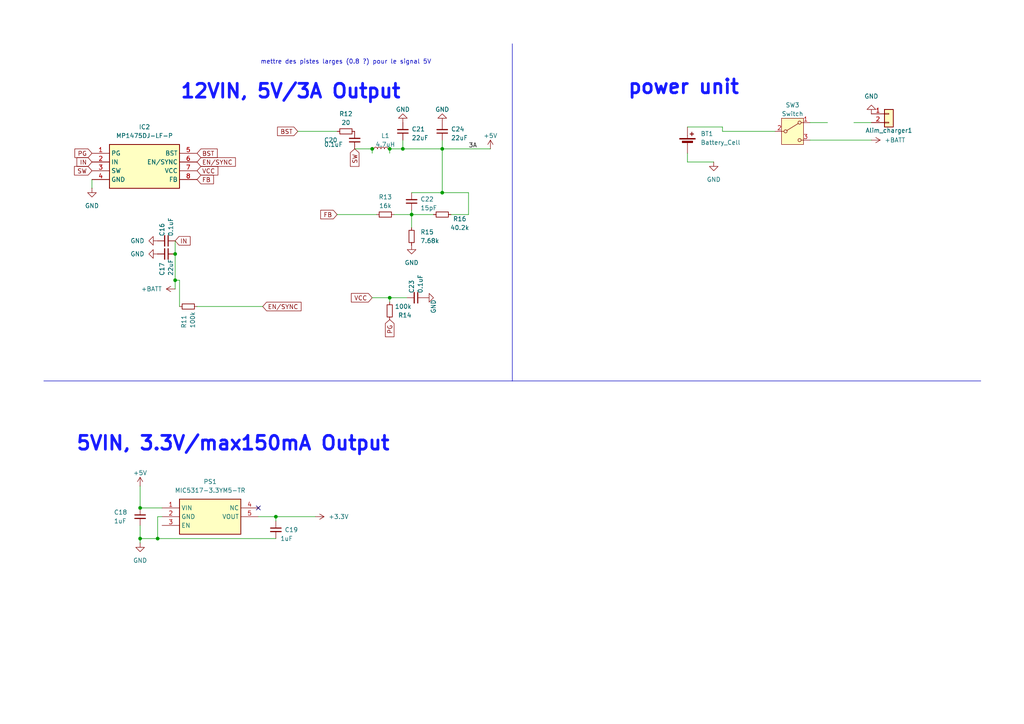
<source format=kicad_sch>
(kicad_sch (version 20231120) (generator "eeschema") (generator_version "8.0")
  (paper "A4")
  (lib_symbols
    (symbol "Connector_Generic:Conn_01x02" (pin_names (offset 1.016) hide)
      (property "Reference" "J" (at 0 2.54 0))
      (property "Value" "Conn_01x02" (at 0 -5.08 0))
      (symbol "Conn_01x02_1_1"
        (rectangle (start -1.27 -2.413) (end 0 -2.667) (stroke (width 0.1524)))
        (rectangle (start -1.27 0.127) (end 0 -0.127) (stroke (width 0.1524)))
        (rectangle (start -1.27 1.27) (end 1.27 -3.81) (stroke (width 0.254)) (fill (type background)))
        (pin passive line (at -5.08 0 0) (length 3.81) (name "Pin_1") (number "1"))
        (pin passive line (at -5.08 -2.54 0) (length 3.81) (name "Pin_2") (number "2"))
      )
    )
    (symbol "Device:Battery_Cell" (pin_numbers hide) (pin_names (offset 0) hide)
      (property "Reference" "BT" (at 2.54 2.54 0))
      (property "Value" "Battery_Cell" (at 2.54 0 0))
      (symbol "Battery_Cell_0_1"
        (rectangle (start -2.286 1.778) (end 2.286 1.524) (fill (type outline)))
        (rectangle (start -1.524 1.016) (end 1.524 0.508) (fill (type outline)))
        (polyline (pts (xy 0 0.762) (xy 0 0)))
        (polyline (pts (xy 0 1.778) (xy 0 2.54)))
        (polyline (pts (xy 0.762 3.048) (xy 1.778 3.048)) (stroke (width 0.254)))
        (polyline (pts (xy 1.27 3.556) (xy 1.27 2.54)) (stroke (width 0.254)))
      )
      (symbol "Battery_Cell_1_1"
        (pin passive line (at 0 5.08 270) (length 2.54) (name "+") (number "1"))
        (pin passive line (at 0 -2.54 90) (length 2.54) (name "-") (number "2"))
      )
    )
    (symbol "Device:C_Small" (pin_numbers hide) (pin_names (offset 0.254) hide)
      (property "Reference" "C" (at 0.254 1.778 0))
      (property "Value" "C_Small" (at 0.254 -2.032 0))
      (symbol "C_Small_0_1"
        (polyline (pts (xy -1.524 -0.508) (xy 1.524 -0.508)) (stroke (width 0.3302)))
        (polyline (pts (xy -1.524 0.508) (xy 1.524 0.508)) (stroke (width 0.3048)))
      )
      (symbol "C_Small_1_1"
        (pin passive line (at 0 2.54 270) (length 2.032) (name "~") (number "1"))
        (pin passive line (at 0 -2.54 90) (length 2.032) (name "~") (number "2"))
      )
    )
    (symbol "Device:L_Small" (pin_numbers hide) (pin_names (offset 0.254) hide)
      (property "Reference" "L" (at 0.762 1.016 0))
      (property "Value" "L_Small" (at 0.762 -1.016 0))
      (symbol "L_Small_0_1"
        (arc (start 0 -2.032) (mid 0.5058 -1.524) (end 0 -1.016))
        (arc (start 0 -1.016) (mid 0.5058 -0.508) (end 0 0))
        (arc (start 0 0) (mid 0.5058 0.508) (end 0 1.016))
        (arc (start 0 1.016) (mid 0.5058 1.524) (end 0 2.032))
      )
      (symbol "L_Small_1_1"
        (pin passive line (at 0 2.54 270) (length 0.508) (name "~") (number "1"))
        (pin passive line (at 0 -2.54 90) (length 0.508) (name "~") (number "2"))
      )
    )
    (symbol "Device:R_Small" (pin_numbers hide) (pin_names (offset 0.254) hide)
      (property "Reference" "R" (at 0.762 0.508 0))
      (property "Value" "R_Small" (at 0.762 -1.016 0))
      (symbol "R_Small_0_1"
        (rectangle (start -0.762 1.778) (end 0.762 -1.778) (stroke (width 0.2032)))
      )
      (symbol "R_Small_1_1"
        (pin passive line (at 0 2.54 270) (length 0.762) (name "~") (number "1"))
        (pin passive line (at 0 -2.54 90) (length 0.762) (name "~") (number "2"))
      )
    )
    (symbol "MIC5317-3_3YM5-TR:MIC5317-3.3YM5-TR"
      (property "Reference" "PS" (at 24.13 7.62 0))
      (property "Value" "MIC5317-3.3YM5-TR" (at 24.13 5.08 0))
      (symbol "MIC5317-3.3YM5-TR_1_1"
        (rectangle (start 5.08 2.54) (end 22.86 -7.62) (stroke (width 0.254)) (fill (type background)))
        (pin passive line (at 0 0 0) (length 5.08) (name "VIN") (number "1"))
        (pin passive line (at 0 -2.54 0) (length 5.08) (name "GND") (number "2"))
        (pin passive line (at 0 -5.08 0) (length 5.08) (name "EN") (number "3"))
        (pin no_connect line (at 27.94 0 180) (length 5.08) (name "NC") (number "4"))
        (pin passive line (at 27.94 -2.54 180) (length 5.08) (name "VOUT") (number "5"))
      )
    )
    (symbol "MP1475DJ-LF-P:MP1475DJ-LF-P"
      (property "Reference" "IC" (at 26.67 7.62 0))
      (property "Value" "MP1475DJ-LF-P" (at 26.67 5.08 0))
      (symbol "MP1475DJ-LF-P_1_1"
        (rectangle (start 5.08 2.54) (end 25.4 -10.16) (stroke (width 0.254)) (fill (type background)))
        (pin passive line (at 0 0 0) (length 5.08) (name "PG") (number "1"))
        (pin passive line (at 0 -2.54 0) (length 5.08) (name "IN") (number "2"))
        (pin passive line (at 0 -5.08 0) (length 5.08) (name "SW") (number "3"))
        (pin passive line (at 0 -7.62 0) (length 5.08) (name "GND") (number "4"))
        (pin passive line (at 30.48 0 180) (length 5.08) (name "BST") (number "5"))
        (pin passive line (at 30.48 -2.54 180) (length 5.08) (name "EN/SYNC") (number "6"))
        (pin passive line (at 30.48 -5.08 180) (length 5.08) (name "VCC") (number "7"))
        (pin passive line (at 30.48 -7.62 180) (length 5.08) (name "FB") (number "8"))
      )
    )
    (symbol "Switch:SW_SPDT" (pin_names (offset 0) hide)
      (property "Reference" "SW" (at 0 5.08 0))
      (property "Value" "SW_SPDT" (at 0 -5.08 0))
      (symbol "SW_SPDT_0_1"
        (circle (center -2.032 0) (radius 0.4572))
        (polyline (pts (xy -1.651 0.254) (xy 1.651 2.286)))
        (circle (center 2.032 -2.54) (radius 0.4572))
        (circle (center 2.032 2.54) (radius 0.4572))
      )
      (symbol "SW_SPDT_1_1"
        (rectangle (start -3.175 3.81) (end 3.175 -3.81) (fill (type background)))
        (pin passive line (at 5.08 2.54 180) (length 2.54) (name "A") (number "1"))
        (pin passive line (at -5.08 0 0) (length 2.54) (name "B") (number "2"))
        (pin passive line (at 5.08 -2.54 180) (length 2.54) (name "C") (number "3"))
      )
    )
    (symbol "power:+3.3V" (power) (pin_numbers hide) (pin_names (offset 0) hide)
      (property "Value" "+3.3V" (at 0 3.556 0))
      (symbol "+3.3V_0_1"
        (polyline (pts (xy -0.762 1.27) (xy 0 2.54)))
        (polyline (pts (xy 0 0) (xy 0 2.54)))
        (polyline (pts (xy 0 2.54) (xy 0.762 1.27)))
      )
      (symbol "+3.3V_1_1"
        (pin power_in line (at 0 0 90) (length 0) (name "~") (number "1"))
      )
    )
    (symbol "power:+5V" (power) (pin_numbers hide) (pin_names (offset 0) hide)
      (property "Value" "+5V" (at 0 3.556 0))
      (symbol "+5V_0_1"
        (polyline (pts (xy -0.762 1.27) (xy 0 2.54)))
        (polyline (pts (xy 0 0) (xy 0 2.54)))
        (polyline (pts (xy 0 2.54) (xy 0.762 1.27)))
      )
      (symbol "+5V_1_1"
        (pin power_in line (at 0 0 90) (length 0) (name "~") (number "1"))
      )
    )
    (symbol "power:+BATT" (power) (pin_numbers hide) (pin_names (offset 0) hide)
      (property "Value" "+BATT" (at 0 3.556 0))
      (symbol "+BATT_0_1"
        (polyline (pts (xy -0.762 1.27) (xy 0 2.54)))
        (polyline (pts (xy 0 0) (xy 0 2.54)))
        (polyline (pts (xy 0 2.54) (xy 0.762 1.27)))
      )
      (symbol "+BATT_1_1"
        (pin power_in line (at 0 0 90) (length 0) (name "~") (number "1"))
      )
    )
    (symbol "power:GND" (power) (pin_numbers hide) (pin_names (offset 0) hide)
      (property "Value" "GND" (at 0 -3.81 0))
      (symbol "GND_0_1"
        (polyline (pts (xy 0 0) (xy 0 -1.27) (xy 1.27 -1.27) (xy 0 -2.54) (xy -1.27 -1.27) (xy 0 -1.27)))
      )
      (symbol "GND_1_1"
        (pin power_in line (at 0 0 270) (length 0) (name "~") (number "1"))
      )
    )
  )
  (junction (at 40.64 156.21))
  (junction (at 119.38 62.23))
  (junction (at 45.72 156.21))
  (junction (at 113.03 43.18))
  (junction (at 107.95 43.18))
  (junction (at 128.27 43.18))
  (junction (at 113.03 86.36))
  (junction (at 50.8 81.28))
  (junction (at 116.84 43.18))
  (junction (at 80.01 149.86))
  (junction (at 40.64 147.32))
  (junction (at 128.27 55.88))
  (junction (at 50.8 73.66))
  (no_connect (at 74.93 147.32))
  (wire (pts (xy 26.67 52.07) (xy 26.67 54.61)))
  (wire (pts (xy 113.03 44.45) (xy 113.03 43.18)))
  (wire (pts (xy 46.99 147.32) (xy 40.64 147.32)))
  (wire (pts (xy 116.84 43.18) (xy 116.84 40.64)))
  (wire (pts (xy 107.95 86.36) (xy 113.03 86.36)))
  (wire (pts (xy 128.27 43.18) (xy 142.24 43.18)))
  (wire (pts (xy 102.87 43.18) (xy 107.95 43.18)))
  (wire (pts (xy 128.27 43.18) (xy 128.27 55.88)))
  (wire (pts (xy 130.81 62.23) (xy 135.89 62.23)))
  (wire (pts (xy 135.89 62.23) (xy 135.89 55.88)))
  (wire (pts (xy 113.03 86.36) (xy 113.03 87.63)))
  (wire (pts (xy 50.8 69.85) (xy 50.8 73.66)))
  (wire (pts (xy 209.55 38.1) (xy 209.55 36.83)))
  (wire (pts (xy 199.39 44.45) (xy 199.39 46.99)))
  (wire (pts (xy 74.93 149.86) (xy 80.01 149.86)))
  (wire (pts (xy 113.03 86.36) (xy 118.11 86.36)))
  (wire (pts (xy 52.07 81.28) (xy 50.8 81.28)))
  (wire (pts (xy 234.95 40.64) (xy 252.73 40.64)))
  (wire (pts (xy 40.64 140.97) (xy 40.64 147.32)))
  (wire (pts (xy 45.72 149.86) (xy 45.72 156.21)))
  (polyline (pts (xy 12.7 110.49) (xy 148.59 110.49)))
  (wire (pts (xy 52.07 88.9) (xy 52.07 81.28)))
  (wire (pts (xy 46.99 149.86) (xy 45.72 149.86)))
  (wire (pts (xy 247.65 35.56) (xy 252.73 35.56)))
  (wire (pts (xy 86.36 38.1) (xy 97.79 38.1)))
  (wire (pts (xy 45.72 156.21) (xy 40.64 156.21)))
  (polyline (pts (xy 148.59 110.49) (xy 284.48 110.49)))
  (wire (pts (xy 234.95 35.56) (xy 240.03 35.56)))
  (wire (pts (xy 97.79 62.23) (xy 109.22 62.23)))
  (wire (pts (xy 80.01 149.86) (xy 80.01 151.13)))
  (wire (pts (xy 107.95 44.45) (xy 107.95 43.18)))
  (wire (pts (xy 116.84 43.18) (xy 113.03 43.18)))
  (wire (pts (xy 45.72 156.21) (xy 80.01 156.21)))
  (wire (pts (xy 128.27 43.18) (xy 116.84 43.18)))
  (wire (pts (xy 50.8 81.28) (xy 50.8 83.82)))
  (wire (pts (xy 128.27 40.64) (xy 128.27 43.18)))
  (wire (pts (xy 76.2 88.9) (xy 57.15 88.9)))
  (wire (pts (xy 114.3 62.23) (xy 119.38 62.23)))
  (wire (pts (xy 40.64 152.4) (xy 40.64 156.21)))
  (wire (pts (xy 40.64 156.21) (xy 40.64 157.48)))
  (wire (pts (xy 119.38 55.88) (xy 128.27 55.88)))
  (wire (pts (xy 119.38 62.23) (xy 125.73 62.23)))
  (wire (pts (xy 119.38 62.23) (xy 119.38 66.04)))
  (wire (pts (xy 119.38 60.96) (xy 119.38 62.23)))
  (polyline (pts (xy 148.59 12.7) (xy 148.59 110.49)))
  (wire (pts (xy 128.27 55.88) (xy 135.89 55.88)))
  (wire (pts (xy 50.8 73.66) (xy 50.8 81.28)))
  (wire (pts (xy 209.55 36.83) (xy 199.39 36.83)))
  (wire (pts (xy 80.01 149.86) (xy 91.44 149.86)))
  (wire (pts (xy 224.79 38.1) (xy 209.55 38.1)))
  (wire (pts (xy 199.39 46.99) (xy 207.01 46.99)))
  (text "mettre des pistes larges (0.8 ?) pour le signal 5V" (at 100.33 18.034 0) (effects (font (size 1.27 1.27))))
  (text "12VIN, 5V/3A Output" (at 52.07 28.956 0) (effects (font (size 4 4) (thickness 0.8) (bold yes)) (justify left bottom)))
  (text "5VIN, 3.3V/max150mA Output" (at 21.844 131.064 0) (effects (font (size 4 4) (thickness 0.8) (bold yes)) (justify left bottom)))
  (text "power unit\n" (at 181.864 27.686 0) (effects (font (size 4 4) (thickness 0.8) (bold yes)) (justify left bottom)))
  (label "3A" (at 135.89 43.18 0))
  (global_label "VCC" (shape input) (at 107.95 86.36 180) (property "Intersheetrefs" "${INTERSHEET_REFS}" (effects (hide yes))))
  (global_label "EN{slash}SYNC" (shape input) (at 76.2 88.9 0) (property "Intersheetrefs" "${INTERSHEET_REFS}" (effects (hide yes))))
  (global_label "FB" (shape input) (at 57.15 52.07 0) (property "Intersheetrefs" "${INTERSHEET_REFS}" (effects (hide yes))))
  (global_label "BST" (shape input) (at 57.15 44.45 0) (property "Intersheetrefs" "${INTERSHEET_REFS}" (effects (hide yes))))
  (global_label "PG" (shape input) (at 26.67 44.45 180) (property "Intersheetrefs" "${INTERSHEET_REFS}" (effects (hide yes))))
  (global_label "EN{slash}SYNC" (shape input) (at 57.15 46.99 0) (property "Intersheetrefs" "${INTERSHEET_REFS}" (effects (hide yes))))
  (global_label "SW" (shape input) (at 26.67 49.53 180) (property "Intersheetrefs" "${INTERSHEET_REFS}" (effects (hide yes))))
  (global_label "IN" (shape input) (at 50.8 69.85 0) (property "Intersheetrefs" "${INTERSHEET_REFS}" (effects (hide yes))))
  (global_label "PG" (shape input) (at 113.03 92.71 270) (property "Intersheetrefs" "${INTERSHEET_REFS}" (effects (hide yes))))
  (global_label "VCC" (shape input) (at 57.15 49.53 0) (property "Intersheetrefs" "${INTERSHEET_REFS}" (effects (hide yes))))
  (global_label "SW" (shape input) (at 102.87 43.18 270) (property "Intersheetrefs" "${INTERSHEET_REFS}" (effects (hide yes))))
  (global_label "FB" (shape input) (at 97.79 62.23 180) (property "Intersheetrefs" "${INTERSHEET_REFS}" (effects (hide yes))))
  (global_label "BST" (shape input) (at 86.36 38.1 180) (property "Intersheetrefs" "${INTERSHEET_REFS}" (effects (hide yes))))
  (global_label "IN" (shape input) (at 26.67 46.99 180) (property "Intersheetrefs" "${INTERSHEET_REFS}" (effects (hide yes))))
  (symbol (lib_id "power:+5V") (at 142.24 43.18 0) (unit 1)
    (property "Reference" "#PWR050" (effects (hide yes)))
    (property "Value" "+5V" (at 142.24 39.37 0))
    (property "Description" "Power symbol creates a global label with name \"+5V\"" (effects (hide yes)))
  )
  (symbol (lib_id "Connector_Generic:Conn_01x02") (at 257.81 33.02 0) (unit 1)
    (property "Reference" "Alim_charger1" (at 257.81 37.846 0))
    (property "Value" "Conn_01x02" (effects (hide yes)))
    (property "Footprint" "Connector_JST:JST_XH_S2B-XH-A-1_1x02_P2.50mm_Horizontal" (effects (hide yes)))
    (property "Description" "Generic connector, single row, 01x02, script generated (kicad-library-utils/schlib/autogen/connector/)" (effects (hide yes)))
  )
  (symbol (lib_id "MIC5317-3_3YM5-TR:MIC5317-3.3YM5-TR") (at 46.99 147.32 0) (unit 1)
    (property "Reference" "PS1" (at 60.96 139.7 0))
    (property "Value" "MIC5317-3.3YM5-TR" (at 60.96 142.24 0))
    (property "Footprint" "SOT95P280X145-5N" (effects (hide yes)))
    (property "Datasheet" "http://ww1.microchip.com/downloads/en/devicedoc/mic5317.pdf" (effects (hide yes)))
    (property "Description" "MICROCHIP - MIC5317-3.3YM5-TR - LDO, FIXED, 3.3V, 0.15A, -40 TO 125DEG C" (effects (hide yes)))
    (property "Height" "1.45" (effects (hide yes)))
    (property "Mouser Part Number" "998-MIC5317-3.3YM5TR" (effects (hide yes)))
    (property "Mouser Price/Stock" "https://www.mouser.co.uk/ProductDetail/Microchip-Technology/MIC5317-3.3YM5-TR?qs=U6T8BxXiZAUR0BSg3XdMLw%3D%3D" (effects (hide yes)))
    (property "Manufacturer_Name" "Microchip" (effects (hide yes)))
    (property "Manufacturer_Part_Number" "MIC5317-3.3YM5-TR" (effects (hide yes)))
  )
  (symbol (lib_id "Switch:SW_SPDT") (at 229.87 38.1 0) (unit 1)
    (property "Reference" "SW3" (at 229.87 30.48 0))
    (property "Value" "Switch" (at 229.87 33.02 0))
    (property "Footprint" "Connector_JST:JST_XH_S3B-XH-A_1x03_P2.50mm_Horizontal" (effects (hide yes)))
    (property "Description" "Switch, single pole double throw" (effects (hide yes)))
    (property "Manufacturer_Name" "Wurth" (effects (hide yes)))
    (property "Manufacturer_Part_Number" "WS-TOTV Ø 6.35mm" (effects (hide yes)))
    (property "Mouser Part Number" "1333652" (effects (hide yes)))
  )
  (symbol (lib_id "Device:C_Small") (at 128.27 38.1 180) (unit 1)
    (property "Reference" "C24" (at 130.81 37.4586 0) (effects (justify right)))
    (property "Value" "22uF" (at 130.81 39.9986 0) (effects (justify right)))
    (property "Footprint" "Capacitor_SMD:C_0603_1608Metric_Pad1.08x0.95mm_HandSolder" (effects (hide yes)))
    (property "Description" "Unpolarized capacitor, small symbol" (effects (hide yes)))
  )
  (symbol (lib_id "Device:C_Small") (at 119.38 58.42 180) (unit 1)
    (property "Reference" "C22" (at 121.92 57.7786 0) (effects (justify right)))
    (property "Value" "15pF" (at 121.92 60.3186 0) (effects (justify right)))
    (property "Footprint" "Capacitor_SMD:C_0603_1608Metric_Pad1.08x0.95mm_HandSolder" (effects (hide yes)))
    (property "Description" "Unpolarized capacitor, small symbol" (effects (hide yes)))
  )
  (symbol (lib_id "power:GND") (at 26.67 54.61 0) (unit 1)
    (property "Reference" "#PWR039" (effects (hide yes)))
    (property "Value" "GND" (at 26.67 59.69 0))
    (property "Description" "Power symbol creates a global label with name \"GND\" , ground" (effects (hide yes)))
  )
  (symbol (lib_id "power:GND") (at 119.38 71.12 0) (unit 1)
    (property "Reference" "#PWR047" (effects (hide yes)))
    (property "Value" "GND" (at 119.38 76.2 0))
    (property "Description" "Power symbol creates a global label with name \"GND\" , ground" (effects (hide yes)))
  )
  (symbol (lib_id "MP1475DJ-LF-P:MP1475DJ-LF-P") (at 26.67 44.45 0) (unit 1)
    (property "Reference" "IC2" (at 41.91 36.83 0))
    (property "Value" "MP1475DJ-LF-P" (at 41.91 39.37 0))
    (property "Footprint" "SOT65P280X100-8N" (effects (hide yes)))
    (property "Datasheet" "https://www.monolithicpower.com/en/documentview/productdocument/index/version/2/document_type/Datasheet/lang/en/sku/MP1475/document_id/342" (effects (hide yes)))
    (property "Description" "Switching Voltage Regulators 3A, 16V, 500kHz Sync, Stp-Dwn Cnvrtr" (effects (hide yes)))
    (property "Height" "1" (effects (hide yes)))
    (property "Mouser Part Number" "946-MP1475DJLFP" (effects (hide yes)))
    (property "Mouser Price/Stock" "https://www.mouser.co.uk/ProductDetail/Monolithic-Power-Systems-MPS/MP1475DJ-LF-P?qs=Iq7RKQRjpgoaxnjiXuhBAA%3D%3D" (effects (hide yes)))
    (property "Manufacturer_Name" "Monolithic Power Systems (MPS)" (effects (hide yes)))
    (property "Manufacturer_Part_Number" "MP1475DJ-LF-P" (effects (hide yes)))
  )
  (symbol (lib_id "power:+BATT") (at 50.8 83.82 90) (unit 1)
    (property "Reference" "#PWR042" (effects (hide yes)))
    (property "Value" "+BATT" (at 46.99 83.8199 90) (effects (justify left)))
    (property "Description" "Power symbol creates a global label with name \"+BATT\"" (effects (hide yes)))
  )
  (symbol (lib_id "power:+3.3V") (at 91.44 149.86 270) (unit 1)
    (property "Reference" "#PWR045" (effects (hide yes)))
    (property "Value" "+3.3V" (at 95.25 149.8599 90) (effects (justify left)))
    (property "Description" "Power symbol creates a global label with name \"+3.3V\"" (effects (hide yes)))
  )
  (symbol (lib_id "Device:C_Small") (at 102.87 40.64 180) (unit 1)
    (property "Reference" "C20" (at 93.98 40.64 0) (effects (justify right)))
    (property "Value" "0.1uF" (at 93.98 41.91 0) (effects (justify right)))
    (property "Footprint" "Capacitor_SMD:C_0603_1608Metric_Pad1.08x0.95mm_HandSolder" (effects (hide yes)))
    (property "Description" "Unpolarized capacitor, small symbol" (effects (hide yes)))
  )
  (symbol (lib_id "Device:L_Small") (at 110.49 43.18 90) (unit 1)
    (property "Reference" "L1" (at 111.76 39.37 90))
    (property "Value" "4.7uH" (at 111.76 41.91 90))
    (property "Footprint" "Library:INDPM4141X210N" (effects (hide yes)))
    (property "Description" "Inductor, small symbol" (effects (hide yes)))
    (property "Manufacturer_Name" "Wurth" (effects (hide yes)))
    (property "Manufacturer_Part_Number" "74438356047HT " (effects (hide yes)))
    (property "Mouser Part Number" " 710-74438356047HT " (effects (hide yes)))
    (property "Mouser Price/Stock" "https://www.mouser.fr/ProductDetail/Wurth-Elektronik/74438356047HT?qs=YwPsRIUVAOcmekVUpNwTmA%3D%3D" (effects (hide yes)))
  )
  (symbol (lib_id "power:GND") (at 252.73 33.02 180) (unit 1)
    (property "Reference" "#PWR052" (effects (hide yes)))
    (property "Value" "GND" (at 252.73 27.94 0))
    (property "Description" "Power symbol creates a global label with name \"GND\" , ground" (effects (hide yes)))
  )
  (symbol (lib_id "Device:C_Small") (at 48.26 73.66 270) (unit 1)
    (property "Reference" "C17" (at 46.99 80.01 0) (effects (justify right)))
    (property "Value" "22uF" (at 49.53 80.01 0) (effects (justify right)))
    (property "Footprint" "Capacitor_SMD:C_0603_1608Metric_Pad1.08x0.95mm_HandSolder" (effects (hide yes)))
    (property "Description" "Unpolarized capacitor, small symbol" (effects (hide yes)))
  )
  (symbol (lib_id "Device:C_Small") (at 120.65 86.36 270) (unit 1)
    (property "Reference" "C23" (at 119.38 85.09 0) (effects (justify right)))
    (property "Value" "0.1uF" (at 121.92 85.09 0) (effects (justify right)))
    (property "Footprint" "Capacitor_SMD:C_0603_1608Metric_Pad1.08x0.95mm_HandSolder" (effects (hide yes)))
    (property "Description" "Unpolarized capacitor, small symbol" (effects (hide yes)))
  )
  (symbol (lib_id "power:GND") (at 123.19 86.36 90) (unit 1)
    (property "Reference" "#PWR048" (effects (hide yes)))
    (property "Value" "GND" (at 125.73 88.9 0))
    (property "Description" "Power symbol creates a global label with name \"GND\" , ground" (effects (hide yes)))
  )
  (symbol (lib_id "power:GND") (at 40.64 157.48 0) (unit 1)
    (property "Reference" "#PWR044" (effects (hide yes)))
    (property "Value" "GND" (at 40.64 162.56 0))
    (property "Description" "Power symbol creates a global label with name \"GND\" , ground" (effects (hide yes)))
  )
  (symbol (lib_id "power:+5V") (at 40.64 140.97 0) (unit 1)
    (property "Reference" "#PWR043" (effects (hide yes)))
    (property "Value" "+5V" (at 40.64 137.16 0))
    (property "Description" "Power symbol creates a global label with name \"+5V\"" (effects (hide yes)))
  )
  (symbol (lib_id "Device:C_Small") (at 40.64 149.86 0) (unit 1)
    (property "Reference" "C18" (at 33.02 148.59 0) (effects (justify left)))
    (property "Value" "1uF" (at 33.02 151.13 0) (effects (justify left)))
    (property "Footprint" "Capacitor_SMD:C_0603_1608Metric_Pad1.08x0.95mm_HandSolder" (effects (hide yes)))
    (property "Description" "Unpolarized capacitor, small symbol" (effects (hide yes)))
  )
  (symbol (lib_id "power:+BATT") (at 252.73 40.64 270) (unit 1)
    (property "Reference" "#PWR053" (effects (hide yes)))
    (property "Value" "+BATT" (at 256.54 40.6399 90) (effects (justify left)))
    (property "Description" "Power symbol creates a global label with name \"+BATT\"" (effects (hide yes)))
  )
  (symbol (lib_id "Device:R_Small") (at 111.76 62.23 90) (unit 1)
    (property "Reference" "R13" (at 111.76 57.15 90))
    (property "Value" "16k" (at 111.76 59.69 90))
    (property "Footprint" "Resistor_SMD:R_0603_1608Metric_Pad0.98x0.95mm_HandSolder" (effects (hide yes)))
    (property "Description" "Resistor, small symbol" (effects (hide yes)))
    (property "Height" "0603" (effects (hide yes)))
  )
  (symbol (lib_id "Device:R_Small") (at 119.38 68.58 180) (unit 1)
    (property "Reference" "R15" (at 121.92 67.3099 0) (effects (justify right)))
    (property "Value" "7.68k" (at 121.92 69.8499 0) (effects (justify right)))
    (property "Footprint" "Resistor_SMD:R_0603_1608Metric_Pad0.98x0.95mm_HandSolder" (effects (hide yes)))
    (property "Description" "Resistor, small symbol" (effects (hide yes)))
    (property "Height" "0603" (effects (hide yes)))
  )
  (symbol (lib_id "power:GND") (at 128.27 35.56 180) (unit 1)
    (property "Reference" "#PWR049" (effects (hide yes)))
    (property "Value" "GND" (at 128.27 31.75 0))
    (property "Description" "Power symbol creates a global label with name \"GND\" , ground" (effects (hide yes)))
  )
  (symbol (lib_id "Device:Battery_Cell") (at 199.39 41.91 0) (unit 1)
    (property "Reference" "BT1" (at 203.2 38.7984 0) (effects (justify left)))
    (property "Value" "Battery_Cell" (at 203.2 41.3384 0) (effects (justify left)))
    (property "Footprint" "Connector_JST:JST_XH_S2B-XH-A-1_1x02_P2.50mm_Horizontal" (effects (hide yes)))
    (property "Description" "Single-cell battery" (effects (hide yes)))
  )
  (symbol (lib_id "Device:C_Small") (at 48.26 69.85 270) (unit 1)
    (property "Reference" "C16" (at 46.99 68.58 0) (effects (justify right)))
    (property "Value" "0.1uF" (at 49.53 68.58 0) (effects (justify right)))
    (property "Footprint" "Capacitor_SMD:C_0603_1608Metric_Pad1.08x0.95mm_HandSolder" (effects (hide yes)))
    (property "Description" "Unpolarized capacitor, small symbol" (effects (hide yes)))
  )
  (symbol (lib_id "Device:R_Small") (at 128.27 62.23 90) (unit 1)
    (property "Reference" "R16" (at 133.35 63.5 90))
    (property "Value" "40.2k" (at 133.35 66.04 90))
    (property "Footprint" "Resistor_SMD:R_0603_1608Metric_Pad0.98x0.95mm_HandSolder" (effects (hide yes)))
    (property "Description" "Resistor, small symbol" (effects (hide yes)))
    (property "Height" "0603" (effects (hide yes)))
  )
  (symbol (lib_id "Device:C_Small") (at 80.01 153.67 0) (unit 1)
    (property "Reference" "C19" (at 82.55 153.67 0) (effects (justify left)))
    (property "Value" "1uF" (at 81.28 156.21 0) (effects (justify left)))
    (property "Footprint" "Capacitor_SMD:C_0603_1608Metric_Pad1.08x0.95mm_HandSolder" (effects (hide yes)))
    (property "Description" "Unpolarized capacitor, small symbol" (effects (hide yes)))
  )
  (symbol (lib_id "power:GND") (at 207.01 46.99 0) (unit 1)
    (property "Reference" "#PWR051" (effects (hide yes)))
    (property "Value" "GND" (at 207.01 52.07 0))
    (property "Description" "Power symbol creates a global label with name \"GND\" , ground" (effects (hide yes)))
  )
  (symbol (lib_id "Device:C_Small") (at 116.84 38.1 180) (unit 1)
    (property "Reference" "C21" (at 119.38 37.4586 0) (effects (justify right)))
    (property "Value" "22uF" (at 119.38 39.9986 0) (effects (justify right)))
    (property "Footprint" "Capacitor_SMD:C_0603_1608Metric_Pad1.08x0.95mm_HandSolder" (effects (hide yes)))
    (property "Description" "Unpolarized capacitor, small symbol" (effects (hide yes)))
  )
  (symbol (lib_id "Device:R_Small") (at 100.33 38.1 90) (unit 1)
    (property "Reference" "R12" (at 100.33 33.02 90))
    (property "Value" "20" (at 100.33 35.56 90))
    (property "Footprint" "Resistor_SMD:R_0805_2012Metric_Pad1.20x1.40mm_HandSolder" (effects (hide yes)))
    (property "Description" "Resistor, small symbol" (effects (hide yes)))
    (property "Height" "0805" (effects (hide yes)))
  )
  (symbol (lib_id "power:GND") (at 116.84 35.56 180) (unit 1)
    (property "Reference" "#PWR046" (effects (hide yes)))
    (property "Value" "GND" (at 116.84 31.75 0))
    (property "Description" "Power symbol creates a global label with name \"GND\" , ground" (effects (hide yes)))
  )
  (symbol (lib_id "power:GND") (at 45.72 73.66 270) (unit 1)
    (property "Reference" "#PWR041" (effects (hide yes)))
    (property "Value" "GND" (at 41.91 73.6599 90) (effects (justify right)))
    (property "Description" "Power symbol creates a global label with name \"GND\" , ground" (effects (hide yes)))
  )
  (symbol (lib_id "Device:R_Small") (at 113.03 90.17 0) (unit 1)
    (property "Reference" "R14" (at 119.38 91.44 0) (effects (justify right)))
    (property "Value" "100k" (at 119.38 88.9 0) (effects (justify right)))
    (property "Footprint" "Resistor_SMD:R_0603_1608Metric_Pad0.98x0.95mm_HandSolder" (effects (hide yes)))
    (property "Description" "Resistor, small symbol" (effects (hide yes)))
    (property "Height" "0603" (effects (hide yes)))
  )
  (symbol (lib_id "power:GND") (at 45.72 69.85 270) (unit 1)
    (property "Reference" "#PWR040" (effects (hide yes)))
    (property "Value" "GND" (at 41.91 69.8499 90) (effects (justify right)))
    (property "Description" "Power symbol creates a global label with name \"GND\" , ground" (effects (hide yes)))
  )
  (symbol (lib_id "Device:R_Small") (at 54.61 88.9 270) (unit 1)
    (property "Reference" "R11" (at 53.34 95.25 0) (effects (justify right)))
    (property "Value" "100k" (at 55.88 95.25 0) (effects (justify right)))
    (property "Footprint" "Resistor_SMD:R_0603_1608Metric_Pad0.98x0.95mm_HandSolder" (effects (hide yes)))
    (property "Description" "Resistor, small symbol" (effects (hide yes)))
    (property "Height" "0603" (effects (hide yes)))
  )
)
</source>
